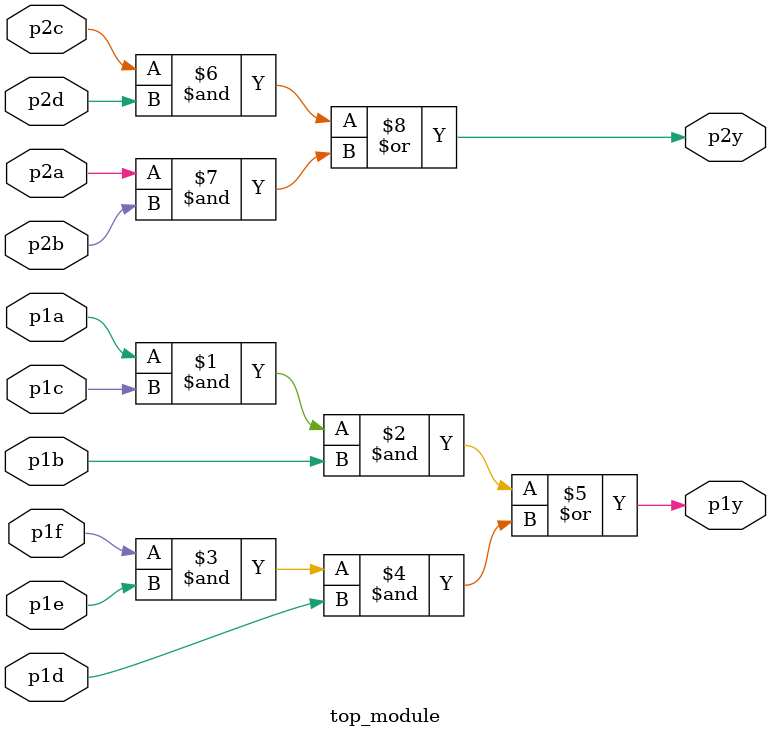
<source format=v>
module top_module ( 
    input p1a, p1b, p1c, p1d, p1e, p1f,
    output p1y,
    input p2a, p2b, p2c, p2d,
    output p2y );
    
    assign p1y = (p1a & p1c & p1b)|(p1f & p1e & p1d);
    assign p2y = (p2c & p2d)|(p2a & p2b);

endmodule
</source>
